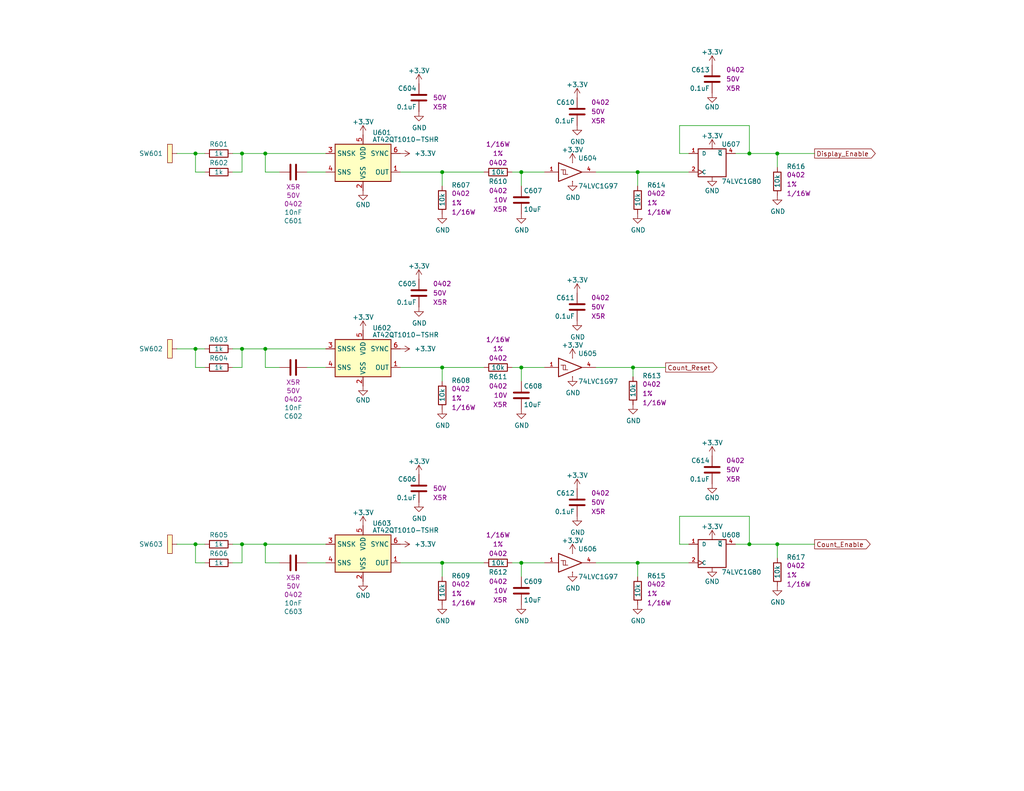
<source format=kicad_sch>
(kicad_sch (version 20231120) (generator "eeschema") (generator_version "8.0")
  (paper "A")
  (title_block (title "Stopwatch") (date "2024-01-11") (rev "A") (company "Drew Maatman"))
  (lib_symbols
    (symbol "Custom Library:74LVC1G97_Power_BUF" (pin_names (offset 1.016) hide)
      (property "Reference" "U" (at 1.524 3.81 0))
      (property "Value" "74LVC1G97_Power_BUF" (at 1.524 -3.81 0))
      (symbol "74LVC1G97_Power_BUF_1_1"
        (polyline (pts (xy -2.54 0.635) (xy -1.905 0.635) (xy -1.905 -0.635)))
        (polyline (pts (xy -3.81 2.54) (xy -3.81 -2.54) (xy 2.54 0) (xy -3.81 2.54)) (stroke (width 0.254)))
        (polyline (pts (xy -3.175 0.635) (xy -2.54 0.635) (xy -2.54 -0.635) (xy -1.27 -0.635)))
        (pin input line (at -7.62 0 0) (length 3.81) (name "~") (number "1"))
        (pin power_in line (at 0 -2.54 270) (length 0) (name "GND") (number "2"))
        (pin power_in line (at 0 -2.54 270) (length 0) (name "GND") (number "3"))
        (pin output line (at 6.35 0 180) (length 3.81) (name "~") (number "4"))
        (pin power_in line (at 0 2.54 90) (length 0) (name "VCC") (number "5"))
        (pin power_in line (at 0 -2.54 270) (length 0) (name "GND") (number "6"))
      )
    )
    (symbol "Custom_Library:74LVC1G80_Power" (pin_names (offset 1.016))
      (property "Reference" "U" (at 2.54 5.08 0))
      (property "Value" "74LVC1G80_Power" (at 2.54 -5.08 0))
      (symbol "74LVC1G80_Power_0_1"
        (rectangle (start -3.81 3.81) (end 3.81 -3.81) (stroke (width 0.254)))
      )
      (symbol "74LVC1G80_Power_1_1"
        (pin input line (at -6.35 2.54 0) (length 2.54) (name "D") (number "1"))
        (pin input clock (at -6.35 -2.54 0) (length 2.54) (name "C") (number "2"))
        (pin power_in line (at 0 -3.81 270) (length 0) (name "GND") (number "3"))
        (pin output line (at 6.35 2.54 180) (length 2.54) (name "~{Q}") (number "4"))
        (pin power_in line (at 0 3.81 90) (length 0) (name "VCC") (number "5"))
      )
    )
    (symbol "Custom_Library:C_Custom" (pin_numbers hide) (pin_names (offset 0.254))
      (property "Reference" "C" (at 0.635 2.54 0))
      (property "Value" "C_Custom" (at 0.635 -2.54 0))
      (property "display_footprint" "Foot" (at -3.81 2.54 0))
      (property "Voltage" "V" (at -3.81 0 0))
      (property "Dielectric" "Er" (at -3.81 -2.54 0))
      (symbol "C_Custom_0_1"
        (polyline (pts (xy -2.032 -0.762) (xy 2.032 -0.762)) (stroke (width 0.508)))
        (polyline (pts (xy -2.032 0.762) (xy 2.032 0.762)) (stroke (width 0.508)))
      )
      (symbol "C_Custom_1_1"
        (pin passive line (at 0 3.81 270) (length 2.794) (name "~") (number "1"))
        (pin passive line (at 0 -3.81 90) (length 2.794) (name "~") (number "2"))
      )
    )
    (symbol "Custom_Library:Cap_Touch" (pin_numbers hide) (pin_names (offset 0) hide)
      (property "Reference" "SW" (at 0 3.81 0))
      (symbol "Cap_Touch_0_1"
        (rectangle (start -2.54 1.27) (end 2.54 2.54) (fill (type background)))
        (polyline (pts (xy 0 0) (xy 0 1.27)))
      )
      (symbol "Cap_Touch_1_1"
        (pin passive line (at 0 0 90) (length 0) (name "TP") (number "1"))
      )
    )
    (symbol "Custom_Library:R_Custom" (pin_numbers hide) (pin_names (offset 1.016) hide)
      (property "Reference" "R" (at -2.54 0 90))
      (property "Value" "R_Custom" (at 0 0 90))
      (property "display_footprint" "Foot" (at 2.54 0 90))
      (property "Tolerance" "Tol" (at 5.08 0 90))
      (property "Wattage" "W" (at 7.62 0 90))
      (symbol "R_Custom_0_1"
        (rectangle (start 1.016 2.54) (end -1.016 -2.54) (stroke (width 0.254)))
      )
      (symbol "R_Custom_1_1"
        (pin passive line (at 0 3.81 270) (length 1.27) (name "1") (number "1"))
        (pin passive line (at 0 -3.81 90) (length 1.27) (name "2") (number "2"))
      )
    )
    (symbol "Sensor_Touch:AT42QT1010-TSHR"
      (property "Reference" "U" (at -2.54 8.255 0))
      (property "Value" "AT42QT1010-TSHR" (at -2.54 6.35 0))
      (symbol "AT42QT1010-TSHR_0_1"
        (rectangle (start -7.62 5.08) (end 7.62 -5.08) (stroke (width 0.254)) (fill (type background)))
      )
      (symbol "AT42QT1010-TSHR_1_1"
        (pin output line (at -10.16 -2.54 0) (length 2.54) (name "OUT") (number "1"))
        (pin power_in line (at 0 -7.62 90) (length 2.54) (name "VSS") (number "2"))
        (pin passive line (at 10.16 2.54 180) (length 2.54) (name "SNSK") (number "3"))
        (pin passive line (at 10.16 -2.54 180) (length 2.54) (name "SNS") (number "4"))
        (pin power_in line (at 0 7.62 270) (length 2.54) (name "VDD") (number "5"))
        (pin input line (at -10.16 2.54 0) (length 2.54) (name "SYNC") (number "6"))
      )
    )
    (symbol "power:+3.3V" (power) (pin_names (offset 0))
      (property "Value" "+3.3V" (at 0 3.556 0))
      (symbol "+3.3V_0_1"
        (polyline (pts (xy -0.762 1.27) (xy 0 2.54)))
        (polyline (pts (xy 0 0) (xy 0 2.54)))
        (polyline (pts (xy 0 2.54) (xy 0.762 1.27)))
      )
      (symbol "+3.3V_1_1"
        (pin power_in line (at 0 0 90) (length 0) hide (name "+3.3V") (number "1"))
      )
    )
    (symbol "power:GND" (power) (pin_names (offset 0))
      (property "Value" "GND" (at 0 -3.81 0))
      (symbol "GND_0_1"
        (polyline (pts (xy 0 0) (xy 0 -1.27) (xy 1.27 -1.27) (xy 0 -2.54) (xy -1.27 -1.27) (xy 0 -1.27)))
      )
      (symbol "GND_1_1"
        (pin power_in line (at 0 0 270) (length 0) hide (name "GND") (number "1"))
      )
    )
  )
  (junction (at 72.39 41.91))
  (junction (at 53.34 148.59))
  (junction (at 173.99 46.99))
  (junction (at 120.65 100.33))
  (junction (at 142.24 153.67))
  (junction (at 72.39 95.25))
  (junction (at 212.09 41.91))
  (junction (at 212.09 148.59))
  (junction (at 204.47 148.59))
  (junction (at 142.24 46.99))
  (junction (at 172.72 100.33))
  (junction (at 53.34 41.91))
  (junction (at 66.04 41.91))
  (junction (at 53.34 95.25))
  (junction (at 204.47 41.91))
  (junction (at 120.65 153.67))
  (junction (at 72.39 148.59))
  (junction (at 173.99 153.67))
  (junction (at 66.04 148.59))
  (junction (at 66.04 95.25))
  (junction (at 120.65 46.99))
  (junction (at 142.24 100.33))
  (wire (pts (xy 185.42 148.59) (xy 187.96 148.59)))
  (wire (pts (xy 63.5 148.59) (xy 66.04 148.59)))
  (wire (pts (xy 142.24 157.48) (xy 142.24 153.67)))
  (wire (pts (xy 72.39 46.99) (xy 72.39 41.91)))
  (wire (pts (xy 212.09 45.72) (xy 212.09 41.91)))
  (wire (pts (xy 132.08 46.99) (xy 120.65 46.99)))
  (wire (pts (xy 204.47 140.97) (xy 185.42 140.97)))
  (wire (pts (xy 173.99 153.67) (xy 162.56 153.67)))
  (wire (pts (xy 222.25 41.91) (xy 212.09 41.91)))
  (wire (pts (xy 66.04 41.91) (xy 66.04 46.99)))
  (wire (pts (xy 55.88 153.67) (xy 53.34 153.67)))
  (wire (pts (xy 48.26 148.59) (xy 53.34 148.59)))
  (wire (pts (xy 53.34 95.25) (xy 53.34 100.33)))
  (wire (pts (xy 173.99 50.8) (xy 173.99 46.99)))
  (wire (pts (xy 120.65 50.8) (xy 120.65 46.99)))
  (wire (pts (xy 173.99 157.48) (xy 173.99 153.67)))
  (wire (pts (xy 200.66 148.59) (xy 204.47 148.59)))
  (wire (pts (xy 212.09 41.91) (xy 204.47 41.91)))
  (wire (pts (xy 72.39 95.25) (xy 88.9 95.25)))
  (wire (pts (xy 66.04 148.59) (xy 66.04 153.67)))
  (wire (pts (xy 55.88 46.99) (xy 53.34 46.99)))
  (wire (pts (xy 185.42 41.91) (xy 187.96 41.91)))
  (wire (pts (xy 187.96 46.99) (xy 173.99 46.99)))
  (wire (pts (xy 63.5 41.91) (xy 66.04 41.91)))
  (wire (pts (xy 173.99 46.99) (xy 162.56 46.99)))
  (wire (pts (xy 212.09 152.4) (xy 212.09 148.59)))
  (wire (pts (xy 66.04 148.59) (xy 72.39 148.59)))
  (wire (pts (xy 172.72 100.33) (xy 162.56 100.33)))
  (wire (pts (xy 142.24 153.67) (xy 139.7 153.67)))
  (wire (pts (xy 72.39 41.91) (xy 88.9 41.91)))
  (wire (pts (xy 63.5 153.67) (xy 66.04 153.67)))
  (wire (pts (xy 212.09 148.59) (xy 204.47 148.59)))
  (wire (pts (xy 72.39 153.67) (xy 72.39 148.59)))
  (wire (pts (xy 120.65 104.14) (xy 120.65 100.33)))
  (wire (pts (xy 142.24 100.33) (xy 139.7 100.33)))
  (wire (pts (xy 148.59 46.99) (xy 142.24 46.99)))
  (wire (pts (xy 72.39 100.33) (xy 72.39 95.25)))
  (wire (pts (xy 142.24 104.14) (xy 142.24 100.33)))
  (wire (pts (xy 76.2 100.33) (xy 72.39 100.33)))
  (wire (pts (xy 120.65 46.99) (xy 109.22 46.99)))
  (wire (pts (xy 142.24 46.99) (xy 139.7 46.99)))
  (wire (pts (xy 132.08 100.33) (xy 120.65 100.33)))
  (wire (pts (xy 120.65 153.67) (xy 109.22 153.67)))
  (wire (pts (xy 53.34 148.59) (xy 55.88 148.59)))
  (wire (pts (xy 187.96 153.67) (xy 173.99 153.67)))
  (wire (pts (xy 120.65 157.48) (xy 120.65 153.67)))
  (wire (pts (xy 83.82 153.67) (xy 88.9 153.67)))
  (wire (pts (xy 66.04 95.25) (xy 72.39 95.25)))
  (wire (pts (xy 48.26 95.25) (xy 53.34 95.25)))
  (wire (pts (xy 222.25 148.59) (xy 212.09 148.59)))
  (wire (pts (xy 172.72 100.33) (xy 181.61 100.33)))
  (wire (pts (xy 185.42 140.97) (xy 185.42 148.59)))
  (wire (pts (xy 76.2 153.67) (xy 72.39 153.67)))
  (wire (pts (xy 148.59 153.67) (xy 142.24 153.67)))
  (wire (pts (xy 185.42 34.29) (xy 185.42 41.91)))
  (wire (pts (xy 53.34 46.99) (xy 53.34 41.91)))
  (wire (pts (xy 53.34 95.25) (xy 55.88 95.25)))
  (wire (pts (xy 142.24 50.8) (xy 142.24 46.99)))
  (wire (pts (xy 66.04 41.91) (xy 72.39 41.91)))
  (wire (pts (xy 55.88 100.33) (xy 53.34 100.33)))
  (wire (pts (xy 63.5 46.99) (xy 66.04 46.99)))
  (wire (pts (xy 76.2 46.99) (xy 72.39 46.99)))
  (wire (pts (xy 204.47 41.91) (xy 204.47 34.29)))
  (wire (pts (xy 83.82 100.33) (xy 88.9 100.33)))
  (wire (pts (xy 204.47 148.59) (xy 204.47 140.97)))
  (wire (pts (xy 66.04 95.25) (xy 66.04 100.33)))
  (wire (pts (xy 172.72 102.87) (xy 172.72 100.33)))
  (wire (pts (xy 53.34 153.67) (xy 53.34 148.59)))
  (wire (pts (xy 132.08 153.67) (xy 120.65 153.67)))
  (wire (pts (xy 72.39 148.59) (xy 88.9 148.59)))
  (wire (pts (xy 83.82 46.99) (xy 88.9 46.99)))
  (wire (pts (xy 63.5 95.25) (xy 66.04 95.25)))
  (wire (pts (xy 204.47 34.29) (xy 185.42 34.29)))
  (wire (pts (xy 48.26 41.91) (xy 53.34 41.91)))
  (wire (pts (xy 120.65 100.33) (xy 109.22 100.33)))
  (wire (pts (xy 53.34 41.91) (xy 55.88 41.91)))
  (wire (pts (xy 148.59 100.33) (xy 142.24 100.33)))
  (wire (pts (xy 63.5 100.33) (xy 66.04 100.33)))
  (wire (pts (xy 200.66 41.91) (xy 204.47 41.91)))
  (global_label "Display_Enable" (shape output) (at 222.25 41.91 0) (property "Intersheetrefs" "${INTERSHEET_REFS}" (effects (hide yes))))
  (global_label "Count_Enable" (shape output) (at 222.25 148.59 0) (property "Intersheetrefs" "${INTERSHEET_REFS}" (effects (hide yes))))
  (global_label "Count_Reset" (shape output) (at 181.61 100.33 0) (property "Intersheetrefs" "${INTERSHEET_REFS}" (effects (hide yes))))
  (symbol (lib_id "Sensor_Touch:AT42QT1010-TSHR") (at 99.06 44.45 0) (mirror y) (unit 1)
    (property "Reference" "U601" (at 101.6 36.195 0) (effects (justify right)))
    (property "Value" "AT42QT1010-TSHR" (at 101.6 38.1 0) (effects (justify right)))
    (property "Footprint" "TO_SOT_Packages_SMD:SOT-23-6" (effects (hide yes)))
    (property "Datasheet" "http://ww1.microchip.com/downloads/en/DeviceDoc/Atmel-9541-AT42-QTouch-BSW-AT42QT1010_Datasheet.pdf" (effects (hide yes)))
    (property "Digi-Key PN" "AT42QT1010-TSHRCT-ND" (effects (hide yes)))
  )
  (symbol (lib_id "power:GND") (at 99.06 52.07 0) (mirror y) (unit 1)
    (property "Reference" "#PWR0602" (effects (hide yes)))
    (property "Value" "GND" (at 99.06 55.88 0))
  )
  (symbol (lib_id "Custom_Library:C_Custom") (at 80.01 46.99 270) (mirror x) (unit 1)
    (property "Reference" "C601" (at 80.01 60.2996 90))
    (property "Value" "10nF" (at 80.01 57.9882 90))
    (property "Footprint" "Capacitors_SMD:C_0402" (effects (hide yes)))
    (property "Digi-Key PN" "445-12201-1-ND" (effects (hide yes)))
    (property "display_footprint" "0402" (at 80.01 55.6768 90))
    (property "Voltage" "50V" (at 80.01 53.3654 90))
    (property "Dielectric" "X5R" (at 80.01 51.054 90))
  )
  (symbol (lib_id "Custom_Library:Cap_Touch") (at 48.26 41.91 90) (mirror x) (unit 1)
    (property "Reference" "SW601" (at 44.45 41.91 90) (effects (justify left)))
    (property "Value" "Cap_Touch" (effects (hide yes)))
    (property "Footprint" "Custom Footprints Library:Capacitive_Touch_Pad" (effects (hide yes)))
  )
  (symbol (lib_id "Custom_Library:74LVC1G80_Power") (at 194.31 44.45 0) (unit 1)
    (property "Reference" "U607" (at 196.85 39.37 0) (effects (justify left)))
    (property "Value" "74LVC1G80" (at 196.85 49.53 0) (effects (justify left)))
    (property "Footprint" "Package_SON:Texas_X2SON-5_0.8x0.8mm_P0.48mm" (effects (hide yes)))
    (property "Datasheet" "http://www.ti.com/lit/sg/scyt129e/scyt129e.pdf" (effects (hide yes)))
    (property "Digi-Key PN" "1727-74LVC1G80GX,125CT-ND" (effects (hide yes)))
  )
  (symbol (lib_id "power:GND") (at 194.31 48.26 0) (unit 1)
    (property "Reference" "#PWR0640" (effects (hide yes)))
    (property "Value" "GND" (at 194.31 52.07 0))
  )
  (symbol (lib_id "power:+3.3V") (at 194.31 40.64 0) (unit 1)
    (property "Reference" "#PWR0639" (effects (hide yes)))
    (property "Value" "+3.3V" (at 194.31 37.084 0))
  )
  (symbol (lib_id "Custom_Library:C_Custom") (at 194.31 21.59 0) (mirror y) (unit 1)
    (property "Reference" "C613" (at 193.675 19.05 0) (effects (justify left)))
    (property "Value" "0.1uF" (at 193.675 24.13 0) (effects (justify left)))
    (property "Footprint" "Capacitors_SMD:C_0402" (effects (hide yes)))
    (property "Digi-Key PN" "490-10697-1-ND" (effects (hide yes)))
    (property "display_footprint" "0402" (at 198.12 19.05 0) (effects (justify right)))
    (property "Voltage" "50V" (at 198.12 21.59 0) (effects (justify right)))
    (property "Dielectric" "X5R" (at 198.12 24.13 0) (effects (justify right)))
  )
  (symbol (lib_id "power:GND") (at 194.31 25.4 0) (unit 1)
    (property "Reference" "#PWR0638" (effects (hide yes)))
    (property "Value" "GND" (at 194.31 29.21 0))
  )
  (symbol (lib_id "power:+3.3V") (at 194.31 17.78 0) (unit 1)
    (property "Reference" "#PWR0637" (effects (hide yes)))
    (property "Value" "+3.3V" (at 194.31 14.224 0))
  )
  (symbol (lib_id "Custom_Library:R_Custom") (at 120.65 54.61 0) (unit 1)
    (property "Reference" "R607" (at 123.19 50.546 0) (effects (justify left)))
    (property "Value" "10k" (at 120.65 56.388 90) (effects (justify left)))
    (property "Footprint" "Resistors_SMD:R_0402" (effects (hide yes)))
    (property "display_footprint" "0402" (at 123.19 52.832 0) (effects (justify left)))
    (property "Tolerance" "1%" (at 123.19 55.372 0) (effects (justify left)))
    (property "Wattage" "1/16W" (at 123.19 57.912 0) (effects (justify left)))
    (property "Digi-Key PN" "RMCF0402FT10K0CT-ND" (effects (hide yes)))
  )
  (symbol (lib_id "power:GND") (at 120.65 58.42 0) (unit 1)
    (property "Reference" "#PWR0616" (effects (hide yes)))
    (property "Value" "GND" (at 120.777 62.8142 0))
  )
  (symbol (lib_id "Custom_Library:R_Custom") (at 212.09 49.53 0) (unit 1)
    (property "Reference" "R616" (at 214.63 45.466 0) (effects (justify left)))
    (property "Value" "10k" (at 212.09 51.308 90) (effects (justify left)))
    (property "Footprint" "Resistors_SMD:R_0402" (effects (hide yes)))
    (property "display_footprint" "0402" (at 214.63 47.752 0) (effects (justify left)))
    (property "Tolerance" "1%" (at 214.63 50.292 0) (effects (justify left)))
    (property "Wattage" "1/16W" (at 214.63 52.832 0) (effects (justify left)))
    (property "Digi-Key PN" "RMCF0402FT10K0CT-ND" (effects (hide yes)))
  )
  (symbol (lib_id "power:GND") (at 212.09 53.34 0) (unit 1)
    (property "Reference" "#PWR0645" (effects (hide yes)))
    (property "Value" "GND" (at 212.217 57.7342 0))
  )
  (symbol (lib_id "Custom_Library:R_Custom") (at 135.89 46.99 270) (mirror x) (unit 1)
    (property "Reference" "R610" (at 135.89 49.53 90))
    (property "Value" "10k" (at 135.89 46.99 90))
    (property "Footprint" "Resistors_SMD:R_0402" (effects (hide yes)))
    (property "display_footprint" "0402" (at 135.89 44.45 90))
    (property "Tolerance" "1%" (at 135.89 41.91 90))
    (property "Wattage" "1/16W" (at 135.89 39.37 90))
    (property "Digi-Key PN" "RMCF0402FT10K0CT-ND" (effects (hide yes)))
  )
  (symbol (lib_id "Custom_Library:C_Custom") (at 142.24 54.61 0) (unit 1)
    (property "Reference" "C607" (at 142.875 52.07 0) (effects (justify left)))
    (property "Value" "10uF" (at 142.875 57.15 0) (effects (justify left)))
    (property "Footprint" "Capacitors_SMD:C_0402" (effects (hide yes)))
    (property "Digi-Key PN" "490-GRM155R61A106ME11DCT-ND" (effects (hide yes)))
    (property "display_footprint" "0402" (at 138.43 52.07 0) (effects (justify right)))
    (property "Voltage" "10V" (at 138.43 54.61 0) (effects (justify right)))
    (property "Dielectric" "X5R" (at 138.43 57.15 0) (effects (justify right)))
  )
  (symbol (lib_id "power:GND") (at 142.24 58.42 0) (unit 1)
    (property "Reference" "#PWR0619" (effects (hide yes)))
    (property "Value" "GND" (at 142.367 62.8142 0))
  )
  (symbol (lib_id "power:GND") (at 156.21 49.53 0) (unit 1)
    (property "Reference" "#PWR0623" (effects (hide yes)))
    (property "Value" "GND" (at 156.337 53.9242 0))
  )
  (symbol (lib_id "power:+3.3V") (at 156.21 44.45 0) (unit 1)
    (property "Reference" "#PWR0622" (effects (hide yes)))
    (property "Value" "+3.3V" (at 156.21 40.894 0))
  )
  (symbol (lib_id "Custom_Library:R_Custom") (at 173.99 54.61 0) (unit 1)
    (property "Reference" "R614" (at 176.53 50.546 0) (effects (justify left)))
    (property "Value" "10k" (at 173.99 56.388 90) (effects (justify left)))
    (property "Footprint" "Resistors_SMD:R_0402" (effects (hide yes)))
    (property "display_footprint" "0402" (at 176.53 52.832 0) (effects (justify left)))
    (property "Tolerance" "1%" (at 176.53 55.372 0) (effects (justify left)))
    (property "Wattage" "1/16W" (at 176.53 57.912 0) (effects (justify left)))
    (property "Digi-Key PN" "RMCF0402FT10K0CT-ND" (effects (hide yes)))
  )
  (symbol (lib_id "power:GND") (at 173.99 58.42 0) (unit 1)
    (property "Reference" "#PWR0635" (effects (hide yes)))
    (property "Value" "GND" (at 174.117 62.8142 0))
  )
  (symbol (lib_id "Custom_Library:C_Custom") (at 114.3 26.67 0) (mirror y) (unit 1)
    (property "Reference" "C604" (at 113.665 24.13 0) (effects (justify left)))
    (property "Value" "0.1uF" (at 113.665 29.21 0) (effects (justify left)))
    (property "Footprint" "Capacitors_SMD:C_0402" (effects (hide yes)))
    (property "Digi-Key PN" "490-10697-1-ND" (effects (hide yes)))
    (property "display_footprint" "0402" (effects (hide yes)))
    (property "Voltage" "50V" (at 118.11 26.67 0) (effects (justify right)))
    (property "Dielectric" "X5R" (at 118.11 29.21 0) (effects (justify right)))
  )
  (symbol (lib_id "power:GND") (at 114.3 30.48 0) (unit 1)
    (property "Reference" "#PWR0611" (effects (hide yes)))
    (property "Value" "GND" (at 114.427 34.8742 0))
  )
  (symbol (lib_id "Custom_Library:C_Custom") (at 157.48 30.48 0) (mirror y) (unit 1)
    (property "Reference" "C610" (at 156.845 27.94 0) (effects (justify left)))
    (property "Value" "0.1uF" (at 156.845 33.02 0) (effects (justify left)))
    (property "Footprint" "Capacitors_SMD:C_0402" (effects (hide yes)))
    (property "Digi-Key PN" "490-10697-1-ND" (effects (hide yes)))
    (property "display_footprint" "0402" (at 161.29 27.94 0) (effects (justify right)))
    (property "Voltage" "50V" (at 161.29 30.48 0) (effects (justify right)))
    (property "Dielectric" "X5R" (at 161.29 33.02 0) (effects (justify right)))
  )
  (symbol (lib_id "power:GND") (at 157.48 34.29 0) (unit 1)
    (property "Reference" "#PWR0629" (effects (hide yes)))
    (property "Value" "GND" (at 157.607 38.6842 0))
  )
  (symbol (lib_id "power:+3.3V") (at 157.48 26.67 0) (unit 1)
    (property "Reference" "#PWR0628" (effects (hide yes)))
    (property "Value" "+3.3V" (at 157.48 23.114 0))
  )
  (symbol (lib_id "power:GND") (at 172.72 110.49 0) (unit 1)
    (property "Reference" "#PWR0634" (effects (hide yes)))
    (property "Value" "GND" (at 172.847 114.8842 0))
  )
  (symbol (lib_id "Custom_Library:R_Custom") (at 172.72 106.68 0) (unit 1)
    (property "Reference" "R613" (at 175.26 102.616 0) (effects (justify left)))
    (property "Value" "10k" (at 172.72 108.458 90) (effects (justify left)))
    (property "Footprint" "Resistors_SMD:R_0402" (effects (hide yes)))
    (property "display_footprint" "0402" (at 175.26 104.902 0) (effects (justify left)))
    (property "Tolerance" "1%" (at 175.26 107.442 0) (effects (justify left)))
    (property "Wattage" "1/16W" (at 175.26 109.982 0) (effects (justify left)))
    (property "Digi-Key PN" "RMCF0402FT10K0CT-ND" (effects (hide yes)))
  )
  (symbol (lib_id "Sensor_Touch:AT42QT1010-TSHR") (at 99.06 97.79 0) (mirror y) (unit 1)
    (property "Reference" "U602" (at 101.6 89.535 0) (effects (justify right)))
    (property "Value" "AT42QT1010-TSHR" (at 101.6 91.44 0) (effects (justify right)))
    (property "Footprint" "TO_SOT_Packages_SMD:SOT-23-6" (effects (hide yes)))
    (property "Datasheet" "http://ww1.microchip.com/downloads/en/DeviceDoc/Atmel-9541-AT42-QTouch-BSW-AT42QT1010_Datasheet.pdf" (effects (hide yes)))
    (property "Digi-Key PN" "AT42QT1010-TSHRCT-ND" (effects (hide yes)))
  )
  (symbol (lib_id "power:GND") (at 99.06 105.41 0) (mirror y) (unit 1)
    (property "Reference" "#PWR0604" (effects (hide yes)))
    (property "Value" "GND" (at 99.06 109.22 0))
  )
  (symbol (lib_id "Custom_Library:C_Custom") (at 80.01 100.33 270) (mirror x) (unit 1)
    (property "Reference" "C602" (at 80.01 113.6396 90))
    (property "Value" "10nF" (at 80.01 111.3282 90))
    (property "Footprint" "Capacitors_SMD:C_0402" (effects (hide yes)))
    (property "Digi-Key PN" "445-12201-1-ND" (effects (hide yes)))
    (property "display_footprint" "0402" (at 80.01 109.0168 90))
    (property "Voltage" "50V" (at 80.01 106.7054 90))
    (property "Dielectric" "X5R" (at 80.01 104.394 90))
  )
  (symbol (lib_id "Custom_Library:Cap_Touch") (at 48.26 95.25 90) (mirror x) (unit 1)
    (property "Reference" "SW602" (at 44.45 95.25 90) (effects (justify left)))
    (property "Value" "Cap_Touch" (effects (hide yes)))
    (property "Footprint" "Custom Footprints Library:Capacitive_Touch_Pad" (effects (hide yes)))
  )
  (symbol (lib_id "Custom_Library:R_Custom") (at 120.65 107.95 0) (unit 1)
    (property "Reference" "R608" (at 123.19 103.886 0) (effects (justify left)))
    (property "Value" "10k" (at 120.65 109.728 90) (effects (justify left)))
    (property "Footprint" "Resistors_SMD:R_0402" (effects (hide yes)))
    (property "display_footprint" "0402" (at 123.19 106.172 0) (effects (justify left)))
    (property "Tolerance" "1%" (at 123.19 108.712 0) (effects (justify left)))
    (property "Wattage" "1/16W" (at 123.19 111.252 0) (effects (justify left)))
    (property "Digi-Key PN" "RMCF0402FT10K0CT-ND" (effects (hide yes)))
  )
  (symbol (lib_id "power:GND") (at 120.65 111.76 0) (unit 1)
    (property "Reference" "#PWR0617" (effects (hide yes)))
    (property "Value" "GND" (at 120.777 116.1542 0))
  )
  (symbol (lib_id "Custom_Library:R_Custom") (at 135.89 100.33 270) (mirror x) (unit 1)
    (property "Reference" "R611" (at 135.89 102.87 90))
    (property "Value" "10k" (at 135.89 100.33 90))
    (property "Footprint" "Resistors_SMD:R_0402" (effects (hide yes)))
    (property "display_footprint" "0402" (at 135.89 97.79 90))
    (property "Tolerance" "1%" (at 135.89 95.25 90))
    (property "Wattage" "1/16W" (at 135.89 92.71 90))
    (property "Digi-Key PN" "RMCF0402FT10K0CT-ND" (effects (hide yes)))
  )
  (symbol (lib_id "Custom_Library:C_Custom") (at 142.24 107.95 0) (unit 1)
    (property "Reference" "C608" (at 142.875 105.41 0) (effects (justify left)))
    (property "Value" "10uF" (at 142.875 110.49 0) (effects (justify left)))
    (property "Footprint" "Capacitors_SMD:C_0402" (effects (hide yes)))
    (property "Digi-Key PN" "490-GRM155R61A106ME11DCT-ND" (effects (hide yes)))
    (property "display_footprint" "0402" (at 138.43 105.41 0) (effects (justify right)))
    (property "Voltage" "10V" (at 138.43 107.95 0) (effects (justify right)))
    (property "Dielectric" "X5R" (at 138.43 110.49 0) (effects (justify right)))
  )
  (symbol (lib_id "power:GND") (at 142.24 111.76 0) (unit 1)
    (property "Reference" "#PWR0620" (effects (hide yes)))
    (property "Value" "GND" (at 142.367 116.1542 0))
  )
  (symbol (lib_id "power:GND") (at 156.21 102.87 0) (unit 1)
    (property "Reference" "#PWR0625" (effects (hide yes)))
    (property "Value" "GND" (at 156.337 107.2642 0))
  )
  (symbol (lib_id "power:+3.3V") (at 156.21 97.79 0) (unit 1)
    (property "Reference" "#PWR0624" (effects (hide yes)))
    (property "Value" "+3.3V" (at 156.21 94.234 0))
  )
  (symbol (lib_id "Custom_Library:C_Custom") (at 157.48 83.82 0) (mirror y) (unit 1)
    (property "Reference" "C611" (at 156.845 81.28 0) (effects (justify left)))
    (property "Value" "0.1uF" (at 156.845 86.36 0) (effects (justify left)))
    (property "Footprint" "Capacitors_SMD:C_0402" (effects (hide yes)))
    (property "Digi-Key PN" "490-10697-1-ND" (effects (hide yes)))
    (property "display_footprint" "0402" (at 161.29 81.28 0) (effects (justify right)))
    (property "Voltage" "50V" (at 161.29 83.82 0) (effects (justify right)))
    (property "Dielectric" "X5R" (at 161.29 86.36 0) (effects (justify right)))
  )
  (symbol (lib_id "power:GND") (at 157.48 87.63 0) (unit 1)
    (property "Reference" "#PWR0631" (effects (hide yes)))
    (property "Value" "GND" (at 157.607 92.0242 0))
  )
  (symbol (lib_id "power:+3.3V") (at 157.48 80.01 0) (unit 1)
    (property "Reference" "#PWR0630" (effects (hide yes)))
    (property "Value" "+3.3V" (at 157.48 76.454 0))
  )
  (symbol (lib_id "Custom_Library:C_Custom") (at 114.3 80.01 0) (mirror y) (unit 1)
    (property "Reference" "C605" (at 113.665 77.47 0) (effects (justify left)))
    (property "Value" "0.1uF" (at 113.665 82.55 0) (effects (justify left)))
    (property "Footprint" "Capacitors_SMD:C_0402" (effects (hide yes)))
    (property "Digi-Key PN" "490-10697-1-ND" (effects (hide yes)))
    (property "display_footprint" "0402" (at 118.11 77.47 0) (effects (justify right)))
    (property "Voltage" "50V" (at 118.11 80.01 0) (effects (justify right)))
    (property "Dielectric" "X5R" (at 118.11 82.55 0) (effects (justify right)))
  )
  (symbol (lib_id "power:GND") (at 114.3 83.82 0) (unit 1)
    (property "Reference" "#PWR0613" (effects (hide yes)))
    (property "Value" "GND" (at 114.427 88.2142 0))
  )
  (symbol (lib_id "Custom_Library:R_Custom") (at 59.69 148.59 90) (unit 1)
    (property "Reference" "R605" (at 59.69 146.05 90))
    (property "Value" "1k" (at 59.69 148.59 90))
    (property "Footprint" "Resistors_SMD:R_0402" (effects (hide yes)))
    (property "display_footprint" "0402" (effects (hide yes)))
    (property "Tolerance" "1%" (effects (hide yes)))
    (property "Wattage" "1/16W" (effects (hide yes)))
    (property "Digi-Key PN" "RMCF0402FT1K00CT-ND" (effects (hide yes)))
  )
  (symbol (lib_id "power:+3.3V") (at 114.3 76.2 0) (unit 1)
    (property "Reference" "#PWR0612" (effects (hide yes)))
    (property "Value" "+3.3V" (at 114.3 72.644 0))
  )
  (symbol (lib_id "Custom_Library:R_Custom") (at 135.89 153.67 270) (mirror x) (unit 1)
    (property "Reference" "R612" (at 135.89 156.21 90))
    (property "Value" "10k" (at 135.89 153.67 90))
    (property "Footprint" "Resistors_SMD:R_0402" (effects (hide yes)))
    (property "display_footprint" "0402" (at 135.89 151.13 90))
    (property "Tolerance" "1%" (at 135.89 148.59 90))
    (property "Wattage" "1/16W" (at 135.89 146.05 90))
    (property "Digi-Key PN" "RMCF0402FT10K0CT-ND" (effects (hide yes)))
  )
  (symbol (lib_id "power:+3.3V") (at 157.48 133.35 0) (unit 1)
    (property "Reference" "#PWR0632" (effects (hide yes)))
    (property "Value" "+3.3V" (at 157.48 129.794 0))
  )
  (symbol (lib_id "Custom_Library:74LVC1G80_Power") (at 194.31 151.13 0) (unit 1)
    (property "Reference" "U608" (at 196.85 146.05 0) (effects (justify left)))
    (property "Value" "74LVC1G80" (at 196.85 156.21 0) (effects (justify left)))
    (property "Footprint" "Package_SON:Texas_X2SON-5_0.8x0.8mm_P0.48mm" (effects (hide yes)))
    (property "Datasheet" "http://www.ti.com/lit/sg/scyt129e/scyt129e.pdf" (effects (hide yes)))
    (property "Digi-Key PN" "1727-74LVC1G80GX,125CT-ND" (effects (hide yes)))
  )
  (symbol (lib_id "power:+3.3V") (at 194.31 147.32 0) (unit 1)
    (property "Reference" "#PWR0643" (effects (hide yes)))
    (property "Value" "+3.3V" (at 194.31 143.764 0))
  )
  (symbol (lib_id "power:+3.3V") (at 194.31 124.46 0) (unit 1)
    (property "Reference" "#PWR0641" (effects (hide yes)))
    (property "Value" "+3.3V" (at 194.31 120.904 0))
  )
  (symbol (lib_id "power:+3.3V") (at 109.22 95.25 270) (unit 1)
    (property "Reference" "#PWR0608" (effects (hide yes)))
    (property "Value" "+3.3V" (at 113.03 95.25 90) (effects (justify left)))
  )
  (symbol (lib_id "power:GND") (at 156.21 156.21 0) (unit 1)
    (property "Reference" "#PWR0627" (effects (hide yes)))
    (property "Value" "GND" (at 156.337 160.6042 0))
  )
  (symbol (lib_id "power:+3.3V") (at 99.06 36.83 0) (unit 1)
    (property "Reference" "#PWR0601" (effects (hide yes)))
    (property "Value" "+3.3V" (at 99.06 33.274 0))
  )
  (symbol (lib_id "power:+3.3V") (at 99.06 90.17 0) (unit 1)
    (property "Reference" "#PWR0603" (effects (hide yes)))
    (property "Value" "+3.3V" (at 99.06 86.614 0))
  )
  (symbol (lib_id "Custom_Library:R_Custom") (at 59.69 100.33 90) (unit 1)
    (property "Reference" "R604" (at 59.69 97.79 90))
    (property "Value" "1k" (at 59.69 100.33 90))
    (property "Footprint" "Resistors_SMD:R_0402" (effects (hide yes)))
    (property "display_footprint" "0402" (effects (hide yes)))
    (property "Tolerance" "1%" (effects (hide yes)))
    (property "Wattage" "1/16W" (effects (hide yes)))
    (property "Digi-Key PN" "RMCF0402FT1K00CT-ND" (effects (hide yes)))
  )
  (symbol (lib_id "Custom Library:74LVC1G97_Power_BUF") (at 156.21 153.67 0) (unit 1)
    (property "Reference" "U606" (at 157.734 149.86 0) (effects (justify left)))
    (property "Value" "74LVC1G97" (at 157.734 157.48 0) (effects (justify left)))
    (property "Footprint" "Package_SON:Fairchild_MicroPak2-6_1.0x1.0mm_P0.35mm" (effects (hide yes)))
    (property "Datasheet" "http://www.ti.com/lit/ds/symlink/sn74lvc1g97.pdf" (effects (hide yes)))
    (property "Digi-Key PN" "296-29875-1-ND" (effects (hide yes)))
  )
  (symbol (lib_id "Custom Library:74LVC1G97_Power_BUF") (at 156.21 46.99 0) (unit 1)
    (property "Reference" "U604" (at 157.734 43.18 0) (effects (justify left)))
    (property "Value" "74LVC1G97" (at 157.734 50.8 0) (effects (justify left)))
    (property "Footprint" "Package_SON:Fairchild_MicroPak2-6_1.0x1.0mm_P0.35mm" (effects (hide yes)))
    (property "Datasheet" "http://www.ti.com/lit/ds/symlink/sn74lvc1g97.pdf" (effects (hide yes)))
    (property "Digi-Key PN" "296-29875-1-ND" (effects (hide yes)))
  )
  (symbol (lib_id "Custom_Library:R_Custom") (at 212.09 156.21 0) (unit 1)
    (property "Reference" "R617" (at 214.63 152.146 0) (effects (justify left)))
    (property "Value" "10k" (at 212.09 157.988 90) (effects (justify left)))
    (property "Footprint" "Resistors_SMD:R_0402" (effects (hide yes)))
    (property "display_footprint" "0402" (at 214.63 154.432 0) (effects (justify left)))
    (property "Tolerance" "1%" (at 214.63 156.972 0) (effects (justify left)))
    (property "Wattage" "1/16W" (at 214.63 159.512 0) (effects (justify left)))
    (property "Digi-Key PN" "RMCF0402FT10K0CT-ND" (effects (hide yes)))
  )
  (symbol (lib_id "power:+3.3V") (at 114.3 129.54 0) (unit 1)
    (property "Reference" "#PWR0614" (effects (hide yes)))
    (property "Value" "+3.3V" (at 114.3 125.984 0))
  )
  (symbol (lib_id "power:GND") (at 194.31 154.94 0) (unit 1)
    (property "Reference" "#PWR0644" (effects (hide yes)))
    (property "Value" "GND" (at 194.31 158.75 0))
  )
  (symbol (lib_id "power:GND") (at 157.48 140.97 0) (unit 1)
    (property "Reference" "#PWR0633" (effects (hide yes)))
    (property "Value" "GND" (at 157.607 145.3642 0))
  )
  (symbol (lib_id "power:+3.3V") (at 109.22 148.59 270) (unit 1)
    (property "Reference" "#PWR0609" (effects (hide yes)))
    (property "Value" "+3.3V" (at 113.03 148.59 90) (effects (justify left)))
  )
  (symbol (lib_id "Custom_Library:R_Custom") (at 120.65 161.29 0) (unit 1)
    (property "Reference" "R609" (at 123.19 157.226 0) (effects (justify left)))
    (property "Value" "10k" (at 120.65 163.068 90) (effects (justify left)))
    (property "Footprint" "Resistors_SMD:R_0402" (effects (hide yes)))
    (property "display_footprint" "0402" (at 123.19 159.512 0) (effects (justify left)))
    (property "Tolerance" "1%" (at 123.19 162.052 0) (effects (justify left)))
    (property "Wattage" "1/16W" (at 123.19 164.592 0) (effects (justify left)))
    (property "Digi-Key PN" "RMCF0402FT10K0CT-ND" (effects (hide yes)))
  )
  (symbol (lib_id "power:+3.3V") (at 156.21 151.13 0) (unit 1)
    (property "Reference" "#PWR0626" (effects (hide yes)))
    (property "Value" "+3.3V" (at 156.21 147.574 0))
  )
  (symbol (lib_id "Custom_Library:C_Custom") (at 80.01 153.67 270) (mirror x) (unit 1)
    (property "Reference" "C603" (at 80.01 166.9796 90))
    (property "Value" "10nF" (at 80.01 164.6682 90))
    (property "Footprint" "Capacitors_SMD:C_0402" (effects (hide yes)))
    (property "Digi-Key PN" "445-12201-1-ND" (effects (hide yes)))
    (property "display_footprint" "0402" (at 80.01 162.3568 90))
    (property "Voltage" "50V" (at 80.01 160.0454 90))
    (property "Dielectric" "X5R" (at 80.01 157.734 90))
  )
  (symbol (lib_id "power:GND") (at 120.65 165.1 0) (unit 1)
    (property "Reference" "#PWR0618" (effects (hide yes)))
    (property "Value" "GND" (at 120.777 169.4942 0))
  )
  (symbol (lib_id "Sensor_Touch:AT42QT1010-TSHR") (at 99.06 151.13 0) (mirror y) (unit 1)
    (property "Reference" "U603" (at 101.6 142.875 0) (effects (justify right)))
    (property "Value" "AT42QT1010-TSHR" (at 101.6 144.78 0) (effects (justify right)))
    (property "Footprint" "TO_SOT_Packages_SMD:SOT-23-6" (effects (hide yes)))
    (property "Datasheet" "http://ww1.microchip.com/downloads/en/DeviceDoc/Atmel-9541-AT42-QTouch-BSW-AT42QT1010_Datasheet.pdf" (effects (hide yes)))
    (property "Digi-Key PN" "AT42QT1010-TSHRCT-ND" (effects (hide yes)))
  )
  (symbol (lib_id "Custom Library:74LVC1G97_Power_BUF") (at 156.21 100.33 0) (unit 1)
    (property "Reference" "U605" (at 157.734 96.52 0) (effects (justify left)))
    (property "Value" "74LVC1G97" (at 157.734 104.14 0) (effects (justify left)))
    (property "Footprint" "Package_SON:Fairchild_MicroPak2-6_1.0x1.0mm_P0.35mm" (effects (hide yes)))
    (property "Datasheet" "http://www.ti.com/lit/ds/symlink/sn74lvc1g97.pdf" (effects (hide yes)))
    (property "Digi-Key PN" "296-29875-1-ND" (effects (hide yes)))
  )
  (symbol (lib_id "power:GND") (at 114.3 137.16 0) (unit 1)
    (property "Reference" "#PWR0615" (effects (hide yes)))
    (property "Value" "GND" (at 114.427 141.5542 0))
  )
  (symbol (lib_id "Custom_Library:R_Custom") (at 59.69 46.99 90) (unit 1)
    (property "Reference" "R602" (at 59.69 44.45 90))
    (property "Value" "1k" (at 59.69 46.99 90))
    (property "Footprint" "Resistors_SMD:R_0402" (effects (hide yes)))
    (property "display_footprint" "0402" (effects (hide yes)))
    (property "Tolerance" "1%" (effects (hide yes)))
    (property "Wattage" "1/16W" (effects (hide yes)))
    (property "Digi-Key PN" "RMCF0402FT1K00CT-ND" (effects (hide yes)))
  )
  (symbol (lib_id "power:GND") (at 194.31 132.08 0) (unit 1)
    (property "Reference" "#PWR0642" (effects (hide yes)))
    (property "Value" "GND" (at 194.31 135.89 0))
  )
  (symbol (lib_id "Custom_Library:C_Custom") (at 194.31 128.27 0) (mirror y) (unit 1)
    (property "Reference" "C614" (at 193.675 125.73 0) (effects (justify left)))
    (property "Value" "0.1uF" (at 193.675 130.81 0) (effects (justify left)))
    (property "Footprint" "Capacitors_SMD:C_0402" (effects (hide yes)))
    (property "Digi-Key PN" "490-10697-1-ND" (effects (hide yes)))
    (property "display_footprint" "0402" (at 198.12 125.73 0) (effects (justify right)))
    (property "Voltage" "50V" (at 198.12 128.27 0) (effects (justify right)))
    (property "Dielectric" "X5R" (at 198.12 130.81 0) (effects (justify right)))
  )
  (symbol (lib_id "Custom_Library:C_Custom") (at 114.3 133.35 0) (mirror y) (unit 1)
    (property "Reference" "C606" (at 113.665 130.81 0) (effects (justify left)))
    (property "Value" "0.1uF" (at 113.665 135.89 0) (effects (justify left)))
    (property "Footprint" "Capacitors_SMD:C_0402" (effects (hide yes)))
    (property "Digi-Key PN" "490-10697-1-ND" (effects (hide yes)))
    (property "display_footprint" "0402" (effects (hide yes)))
    (property "Voltage" "50V" (at 118.11 133.35 0) (effects (justify right)))
    (property "Dielectric" "X5R" (at 118.11 135.89 0) (effects (justify right)))
  )
  (symbol (lib_id "power:+3.3V") (at 109.22 41.91 270) (unit 1)
    (property "Reference" "#PWR0607" (effects (hide yes)))
    (property "Value" "+3.3V" (at 113.03 41.91 90) (effects (justify left)))
  )
  (symbol (lib_id "Custom_Library:R_Custom") (at 59.69 95.25 90) (unit 1)
    (property "Reference" "R603" (at 59.69 92.71 90))
    (property "Value" "1k" (at 59.69 95.25 90))
    (property "Footprint" "Resistors_SMD:R_0402" (effects (hide yes)))
    (property "display_footprint" "0402" (effects (hide yes)))
    (property "Tolerance" "1%" (effects (hide yes)))
    (property "Wattage" "1/16W" (effects (hide yes)))
    (property "Digi-Key PN" "RMCF0402FT1K00CT-ND" (effects (hide yes)))
  )
  (symbol (lib_id "power:GND") (at 142.24 165.1 0) (unit 1)
    (property "Reference" "#PWR0621" (effects (hide yes)))
    (property "Value" "GND" (at 142.367 169.4942 0))
  )
  (symbol (lib_id "Custom_Library:R_Custom") (at 59.69 41.91 90) (unit 1)
    (property "Reference" "R601" (at 59.69 39.37 90))
    (property "Value" "1k" (at 59.69 41.91 90))
    (property "Footprint" "Resistors_SMD:R_0402" (effects (hide yes)))
    (property "display_footprint" "0402" (effects (hide yes)))
    (property "Tolerance" "1%" (effects (hide yes)))
    (property "Wattage" "1/16W" (effects (hide yes)))
    (property "Digi-Key PN" "RMCF0402FT1K00CT-ND" (effects (hide yes)))
  )
  (symbol (lib_id "power:+3.3V") (at 99.06 143.51 0) (unit 1)
    (property "Reference" "#PWR0605" (effects (hide yes)))
    (property "Value" "+3.3V" (at 99.06 139.954 0))
  )
  (symbol (lib_id "power:+3.3V") (at 114.3 22.86 0) (unit 1)
    (property "Reference" "#PWR0610" (effects (hide yes)))
    (property "Value" "+3.3V" (at 114.3 19.304 0))
  )
  (symbol (lib_id "power:GND") (at 99.06 158.75 0) (mirror y) (unit 1)
    (property "Reference" "#PWR0606" (effects (hide yes)))
    (property "Value" "GND" (at 99.06 162.56 0))
  )
  (symbol (lib_id "Custom_Library:Cap_Touch") (at 48.26 148.59 90) (mirror x) (unit 1)
    (property "Reference" "SW603" (at 44.45 148.59 90) (effects (justify left)))
    (property "Value" "Cap_Touch" (effects (hide yes)))
    (property "Footprint" "Custom Footprints Library:Capacitive_Touch_Pad" (effects (hide yes)))
  )
  (symbol (lib_id "power:GND") (at 173.99 165.1 0) (unit 1)
    (property "Reference" "#PWR0636" (effects (hide yes)))
    (property "Value" "GND" (at 174.117 169.4942 0))
  )
  (symbol (lib_id "Custom_Library:R_Custom") (at 59.69 153.67 90) (unit 1)
    (property "Reference" "R606" (at 59.69 151.13 90))
    (property "Value" "1k" (at 59.69 153.67 90))
    (property "Footprint" "Resistors_SMD:R_0402" (effects (hide yes)))
    (property "display_footprint" "0402" (effects (hide yes)))
    (property "Tolerance" "1%" (effects (hide yes)))
    (property "Wattage" "1/16W" (effects (hide yes)))
    (property "Digi-Key PN" "RMCF0402FT1K00CT-ND" (effects (hide yes)))
  )
  (symbol (lib_id "Custom_Library:R_Custom") (at 173.99 161.29 0) (unit 1)
    (property "Reference" "R615" (at 176.53 157.226 0) (effects (justify left)))
    (property "Value" "10k" (at 173.99 163.068 90) (effects (justify left)))
    (property "Footprint" "Resistors_SMD:R_0402" (effects (hide yes)))
    (property "display_footprint" "0402" (at 176.53 159.512 0) (effects (justify left)))
    (property "Tolerance" "1%" (at 176.53 162.052 0) (effects (justify left)))
    (property "Wattage" "1/16W" (at 176.53 164.592 0) (effects (justify left)))
    (property "Digi-Key PN" "RMCF0402FT10K0CT-ND" (effects (hide yes)))
  )
  (symbol (lib_id "Custom_Library:C_Custom") (at 142.24 161.29 0) (unit 1)
    (property "Reference" "C609" (at 142.875 158.75 0) (effects (justify left)))
    (property "Value" "10uF" (at 142.875 163.83 0) (effects (justify left)))
    (property "Footprint" "Capacitors_SMD:C_0402" (effects (hide yes)))
    (property "Digi-Key PN" "490-GRM155R61A106ME11DCT-ND" (effects (hide yes)))
    (property "display_footprint" "0402" (at 138.43 158.75 0) (effects (justify right)))
    (property "Voltage" "10V" (at 138.43 161.29 0) (effects (justify right)))
    (property "Dielectric" "X5R" (at 138.43 163.83 0) (effects (justify right)))
  )
  (symbol (lib_id "power:GND") (at 212.09 160.02 0) (unit 1)
    (property "Reference" "#PWR0646" (effects (hide yes)))
    (property "Value" "GND" (at 212.217 164.4142 0))
  )
  (symbol (lib_id "Custom_Library:C_Custom") (at 157.48 137.16 0) (mirror y) (unit 1)
    (property "Reference" "C612" (at 156.845 134.62 0) (effects (justify left)))
    (property "Value" "0.1uF" (at 156.845 139.7 0) (effects (justify left)))
    (property "Footprint" "Capacitors_SMD:C_0402" (effects (hide yes)))
    (property "Digi-Key PN" "490-10697-1-ND" (effects (hide yes)))
    (property "display_footprint" "0402" (at 161.29 134.62 0) (effects (justify right)))
    (property "Voltage" "50V" (at 161.29 137.16 0) (effects (justify right)))
    (property "Dielectric" "X5R" (at 161.29 139.7 0) (effects (justify right)))
  )
)
</source>
